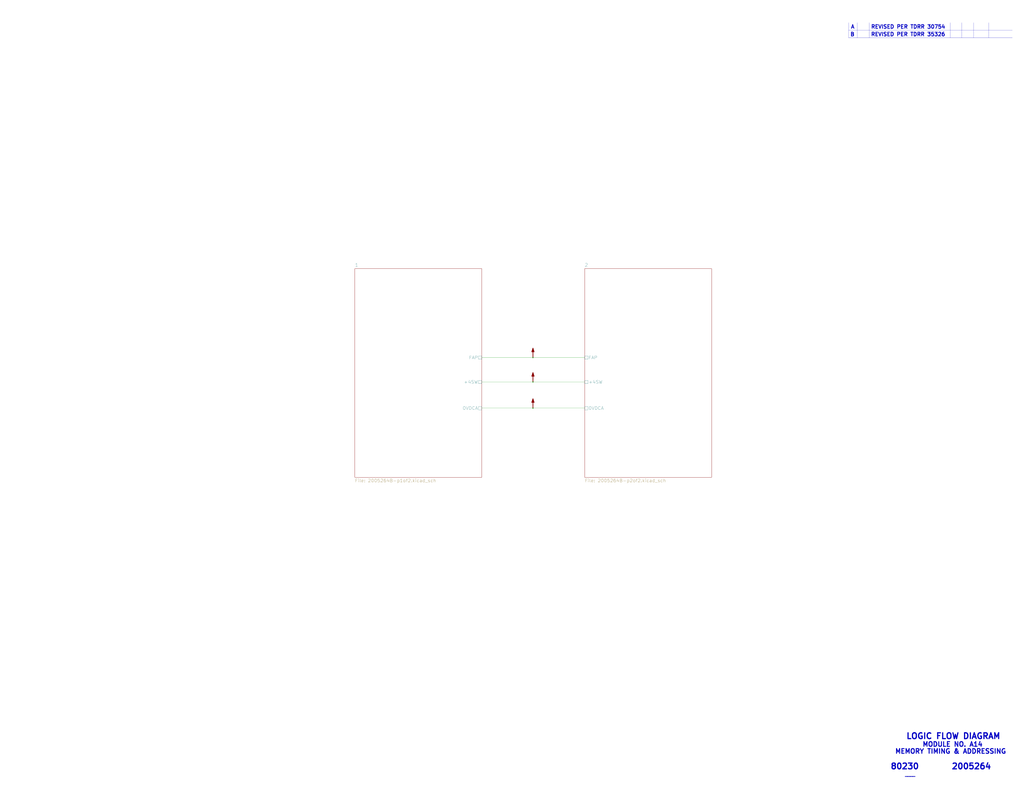
<source format=kicad_sch>
(kicad_sch (version 20211123) (generator eeschema)
  (paper "E")
  (lib_symbols
    (symbol "AGC_DSKY:PWR_FLAG" (power) (pin_numbers hide) (pin_names (offset 0) hide)
      (symbol "PWR_FLAG_0_0"
        (pin power_out line (at 0 0 90) (length 0) (name "pwr") (number "1"))
      )
      (symbol "PWR_FLAG_0_1"
        (polyline (pts (xy 0 0) (xy 0 10.16)) (stroke (width 0.762)))
        (polyline (pts (xy 0 10.16) (xy -1.27 6.35) (xy 1.27 6.35) (xy 0 10.16)) (stroke (width 0.762)) (fill (type outline)))
      )
    )
  )
  (junction (at 581.66 390.525))
  (junction (at 581.66 445.77))
  (junction (at 581.66 417.195))
  (wire (pts (xy 525.78 417.195) (xy 581.66 417.195)))
  (polyline (pts (xy 1104.9 41.275) (xy 926.1094 41.275)) (stroke (width 0.1524) (type solid)))
  (polyline (pts (xy 926.1094 24.765) (xy 926.1094 41.275)) (stroke (width 0.1524) (type solid)))
  (polyline (pts (xy 1049.8074 24.765) (xy 1049.8074 41.275)) (stroke (width 0.1524) (type solid)))
  (wire (pts (xy 581.66 417.195) (xy 638.175 417.195)))
  (polyline (pts (xy 1078.992 24.765) (xy 1078.992 41.275)) (stroke (width 0.1524) (type solid)))
  (polyline (pts (xy 1037.1074 24.765) (xy 1037.1074 41.275)) (stroke (width 0.1524) (type solid)))
  (polyline (pts (xy 1104.9 33.02) (xy 926.1094 33.02)) (stroke (width 0.1524) (type solid)))
  (polyline (pts (xy 1062.5074 24.765) (xy 1062.5074 41.275)) (stroke (width 0.1524) (type solid)))
  (wire (pts (xy 581.66 390.525) (xy 638.175 390.525)))
  (wire (pts (xy 525.78 445.77) (xy 581.66 445.77)))
  (wire (pts (xy 581.66 445.77) (xy 638.175 445.77)))
  (polyline (pts (xy 948.69 24.765) (xy 948.69 41.275)) (stroke (width 0.1524) (type solid)))
  (wire (pts (xy 525.78 390.525) (xy 581.66 390.525)))
  (polyline (pts (xy 935.7106 24.765) (xy 935.7106 41.275)) (stroke (width 0.1524) (type solid)))
  (text "MODULE NO. A14" (at 1006.475 815.975 0) (effects (font (size 5.08 5.08) (thickness 1.016) bold) (justify left bottom)))
  (text "B      REVISED PER TDRR 35326" (at 927.735 40.005 0) (effects (font (size 4.064 4.064) (thickness 0.8128) bold) (justify left bottom)))
  (text "LOGIC FLOW DIAGRAM" (at 988.695 807.72 0) (effects (font (size 6.35 6.35) (thickness 1.27) bold) (justify left bottom)))
  (text "MEMORY TIMING & ADDRESSING" (at 976.63 823.595 0) (effects (font (size 5.08 5.08) (thickness 1.016) bold) (justify left bottom)))
  (text "____" (at 987.425 848.36 0) (effects (font (size 3.556 3.556) (thickness 0.7112) bold) (justify left bottom)))
  (text "A      REVISED PER TDRR 30754" (at 928.37 31.75 0) (effects (font (size 4.064 4.064) (thickness 0.8128) bold) (justify left bottom)))
  (text "80230" (at 971.55 840.74 0) (effects (font (size 6.35 6.35) (thickness 1.27) bold) (justify left bottom)))
  (text "2005264" (at 1038.225 840.74 0) (effects (font (size 6.35 6.35) (thickness 1.27) bold) (justify left bottom)))
  (symbol (lib_id "AGC_DSKY:PWR_FLAG") (at 581.66 445.77 0) (unit 1)
    (property "Reference" "#FLG0103" (effects hide))
    (property "Value" "PWR_FLAG" (effects hide))
  )
  (symbol (lib_id "AGC_DSKY:PWR_FLAG") (at 581.66 417.195 0) (unit 1)
    (property "Reference" "#FLG0102" (effects hide))
    (property "Value" "PWR_FLAG" (effects hide))
  )
  (symbol (lib_id "AGC_DSKY:PWR_FLAG") (at 581.66 390.525 0) (unit 1)
    (property "Reference" "#FLG0101" (effects hide))
    (property "Value" "PWR_FLAG" (effects hide))
  )
  (sheet (at 387.35 293.37) (size 138.43 227.965)
    (property "Sheet name" "1" (at 387.35 291.5154 0) (effects (font (size 3.556 3.556)) (justify left bottom)))
    (property "Sheet file" "2005264B-p1of2.kicad_sch" (at 387.35 522.834 0) (effects (font (size 3.556 3.556)) (justify left top)))
    (pin "0VDCA" passive (at 525.78 445.77 0) (effects (font (size 3.556 3.556))))
    (pin "+4SW" passive (at 525.78 417.195 0) (effects (font (size 3.556 3.556))))
    (pin "FAP" passive (at 525.78 390.525 0) (effects (font (size 3.556 3.556))))
  )
  (sheet (at 638.175 293.37) (size 138.43 227.965)
    (property "Sheet name" "2" (at 638.175 291.5154 0) (effects (font (size 3.556 3.556)) (justify left bottom)))
    (property "Sheet file" "2005264B-p2of2.kicad_sch" (at 638.175 522.834 0) (effects (font (size 3.556 3.556)) (justify left top)))
    (pin "0VDCA" passive (at 638.175 445.77 180) (effects (font (size 3.556 3.556))))
    (pin "+4SW" passive (at 638.175 417.195 180) (effects (font (size 3.556 3.556))))
    (pin "FAP" passive (at 638.175 390.525 180) (effects (font (size 3.556 3.556))))
  )
)
</source>
